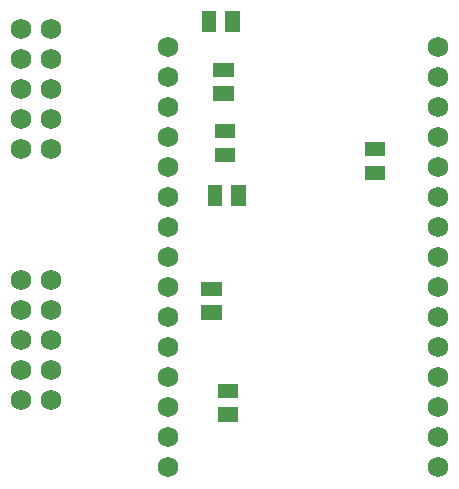
<source format=gts>
G04 Layer: TopSolderMaskLayer*
G04 EasyEDA v6.3.53, 2020-07-02T17:27:03+02:00*
G04 4edb8fa5c3324583bf34438798551307,0d0e7d196270479aaefd99a7cd6f8dc4,10*
G04 Gerber Generator version 0.2*
G04 Scale: 100 percent, Rotated: No, Reflected: No *
G04 Dimensions in millimeters *
G04 leading zeros omitted , absolute positions ,3 integer and 3 decimal *
%FSLAX33Y33*%
%MOMM*%
G90*
G71D02*

%ADD21C,1.727200*%

%LPD*%
G36*
G01X18971Y34302D02*
G01X18971Y36055D01*
G01X20175Y36055D01*
G01X20175Y34302D01*
G01X18971Y34302D01*
G37*
G36*
G01X20972Y34302D02*
G01X20972Y36055D01*
G01X22176Y36055D01*
G01X22176Y34302D01*
G01X20972Y34302D01*
G37*
G36*
G01X32270Y38498D02*
G01X32270Y39702D01*
G01X34023Y39702D01*
G01X34023Y38498D01*
G01X32270Y38498D01*
G37*
G36*
G01X32270Y36497D02*
G01X32270Y37701D01*
G01X34023Y37701D01*
G01X34023Y36497D01*
G01X32270Y36497D01*
G37*
G36*
G01X18463Y49034D02*
G01X18463Y50787D01*
G01X19667Y50787D01*
G01X19667Y49034D01*
G01X18463Y49034D01*
G37*
G36*
G01X20464Y49034D02*
G01X20464Y50787D01*
G01X21668Y50787D01*
G01X21668Y49034D01*
G01X20464Y49034D01*
G37*
G36*
G01X18427Y26687D02*
G01X18427Y27891D01*
G01X20180Y27891D01*
G01X20180Y26687D01*
G01X18427Y26687D01*
G37*
G36*
G01X18427Y24686D02*
G01X18427Y25890D01*
G01X20180Y25890D01*
G01X20180Y24686D01*
G01X18427Y24686D01*
G37*
G36*
G01X19570Y40022D02*
G01X19570Y41226D01*
G01X21323Y41226D01*
G01X21323Y40022D01*
G01X19570Y40022D01*
G37*
G36*
G01X19570Y38021D02*
G01X19570Y39225D01*
G01X21323Y39225D01*
G01X21323Y38021D01*
G01X19570Y38021D01*
G37*
G36*
G01X19824Y18051D02*
G01X19824Y19255D01*
G01X21577Y19255D01*
G01X21577Y18051D01*
G01X19824Y18051D01*
G37*
G36*
G01X19824Y16050D02*
G01X19824Y17254D01*
G01X21577Y17254D01*
G01X21577Y16050D01*
G01X19824Y16050D01*
G37*
G54D21*
G01X38481Y47752D03*
G01X38481Y45212D03*
G01X38481Y42672D03*
G01X38481Y40132D03*
G01X38481Y37592D03*
G01X38481Y35052D03*
G01X38481Y32512D03*
G01X38481Y29972D03*
G01X38481Y27432D03*
G01X38481Y24892D03*
G01X38481Y22352D03*
G01X38481Y19812D03*
G01X38481Y17272D03*
G01X38481Y14732D03*
G01X38481Y12192D03*
G01X15621Y12192D03*
G01X15621Y14732D03*
G01X15621Y17272D03*
G01X15621Y19812D03*
G01X15621Y22352D03*
G01X15621Y24892D03*
G01X15621Y27432D03*
G01X15621Y29972D03*
G01X15621Y32512D03*
G01X15621Y35052D03*
G01X15621Y37592D03*
G01X15621Y40132D03*
G01X15621Y42672D03*
G01X15621Y45212D03*
G01X15621Y47752D03*
G01X5715Y39116D03*
G01X3175Y39116D03*
G01X5715Y41656D03*
G01X3175Y41656D03*
G01X5715Y44196D03*
G01X3175Y44196D03*
G01X5715Y46736D03*
G01X3175Y46736D03*
G01X5715Y49276D03*
G01X3175Y49276D03*
G36*
G01X19443Y45229D02*
G01X19443Y46433D01*
G01X21196Y46433D01*
G01X21196Y45229D01*
G01X19443Y45229D01*
G37*
G36*
G01X19443Y43228D02*
G01X19443Y44432D01*
G01X21196Y44432D01*
G01X21196Y43228D01*
G01X19443Y43228D01*
G37*
G01X5715Y17907D03*
G01X3175Y17907D03*
G01X5715Y20447D03*
G01X3175Y20447D03*
G01X5715Y22987D03*
G01X3175Y22987D03*
G01X5715Y25527D03*
G01X3175Y25527D03*
G01X5715Y28067D03*
G01X3175Y28067D03*
M00*
M02*

</source>
